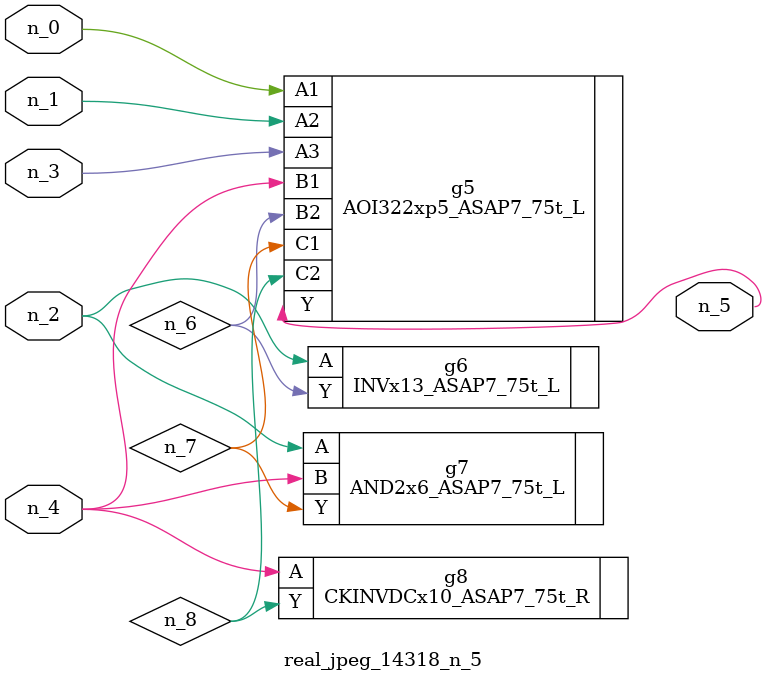
<source format=v>
module real_jpeg_14318_n_5 (n_4, n_0, n_1, n_2, n_3, n_5);

input n_4;
input n_0;
input n_1;
input n_2;
input n_3;

output n_5;

wire n_8;
wire n_6;
wire n_7;

AOI322xp5_ASAP7_75t_L g5 ( 
.A1(n_0),
.A2(n_1),
.A3(n_3),
.B1(n_4),
.B2(n_6),
.C1(n_7),
.C2(n_8),
.Y(n_5)
);

INVx13_ASAP7_75t_L g6 ( 
.A(n_2),
.Y(n_6)
);

AND2x6_ASAP7_75t_L g7 ( 
.A(n_2),
.B(n_4),
.Y(n_7)
);

CKINVDCx10_ASAP7_75t_R g8 ( 
.A(n_4),
.Y(n_8)
);


endmodule
</source>
